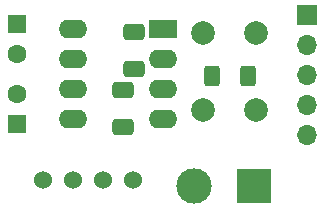
<source format=gbr>
%TF.GenerationSoftware,KiCad,Pcbnew,6.0.2+dfsg-1*%
%TF.CreationDate,2023-04-28T20:35:41-04:00*%
%TF.ProjectId,lamp-remote-mcu,6c616d70-2d72-4656-9d6f-74652d6d6375,rev?*%
%TF.SameCoordinates,Original*%
%TF.FileFunction,Soldermask,Top*%
%TF.FilePolarity,Negative*%
%FSLAX46Y46*%
G04 Gerber Fmt 4.6, Leading zero omitted, Abs format (unit mm)*
G04 Created by KiCad (PCBNEW 6.0.2+dfsg-1) date 2023-04-28 20:35:41*
%MOMM*%
%LPD*%
G01*
G04 APERTURE LIST*
G04 Aperture macros list*
%AMRoundRect*
0 Rectangle with rounded corners*
0 $1 Rounding radius*
0 $2 $3 $4 $5 $6 $7 $8 $9 X,Y pos of 4 corners*
0 Add a 4 corners polygon primitive as box body*
4,1,4,$2,$3,$4,$5,$6,$7,$8,$9,$2,$3,0*
0 Add four circle primitives for the rounded corners*
1,1,$1+$1,$2,$3*
1,1,$1+$1,$4,$5*
1,1,$1+$1,$6,$7*
1,1,$1+$1,$8,$9*
0 Add four rect primitives between the rounded corners*
20,1,$1+$1,$2,$3,$4,$5,0*
20,1,$1+$1,$4,$5,$6,$7,0*
20,1,$1+$1,$6,$7,$8,$9,0*
20,1,$1+$1,$8,$9,$2,$3,0*%
G04 Aperture macros list end*
%ADD10R,1.700000X1.700000*%
%ADD11O,1.700000X1.700000*%
%ADD12RoundRect,0.250000X0.650000X-0.412500X0.650000X0.412500X-0.650000X0.412500X-0.650000X-0.412500X0*%
%ADD13RoundRect,0.250000X-0.650000X0.412500X-0.650000X-0.412500X0.650000X-0.412500X0.650000X0.412500X0*%
%ADD14RoundRect,0.250000X-0.400000X-0.625000X0.400000X-0.625000X0.400000X0.625000X-0.400000X0.625000X0*%
%ADD15R,3.000000X3.000000*%
%ADD16C,3.000000*%
%ADD17R,1.600000X1.600000*%
%ADD18C,1.600000*%
%ADD19R,2.400000X1.600000*%
%ADD20O,2.400000X1.600000*%
%ADD21C,1.524000*%
%ADD22C,2.000000*%
G04 APERTURE END LIST*
D10*
%TO.C,REF\u002A\u002A*%
X144500000Y-89500000D03*
D11*
X144500000Y-92040000D03*
X144500000Y-94580000D03*
X144500000Y-97120000D03*
X144500000Y-99660000D03*
%TD*%
D12*
%TO.C,C2*%
X128971507Y-98990358D03*
X128971507Y-95865358D03*
%TD*%
D13*
%TO.C,C1*%
X129877561Y-90965954D03*
X129877561Y-94090954D03*
%TD*%
D14*
%TO.C,R1*%
X136456727Y-94664416D03*
X139556727Y-94664416D03*
%TD*%
D15*
%TO.C,J1*%
X140040000Y-104000000D03*
D16*
X134960000Y-104000000D03*
%TD*%
D17*
%TO.C,C3*%
X120000000Y-90294888D03*
D18*
X120000000Y-92794888D03*
%TD*%
D19*
%TO.C,U1*%
X132325000Y-90700000D03*
D20*
X132325000Y-93240000D03*
X132325000Y-95780000D03*
X132325000Y-98320000D03*
X124705000Y-98320000D03*
X124705000Y-95780000D03*
X124705000Y-93240000D03*
X124705000Y-90700000D03*
%TD*%
D21*
%TO.C,J2*%
X122190000Y-103500000D03*
X124730000Y-103500000D03*
X127270000Y-103500000D03*
X129810000Y-103500000D03*
%TD*%
D22*
%TO.C,SW1*%
X135750000Y-91000000D03*
X135750000Y-97500000D03*
X140250000Y-91000000D03*
X140250000Y-97500000D03*
%TD*%
D17*
%TO.C,C4*%
X120000000Y-98705113D03*
D18*
X120000000Y-96205113D03*
%TD*%
M02*

</source>
